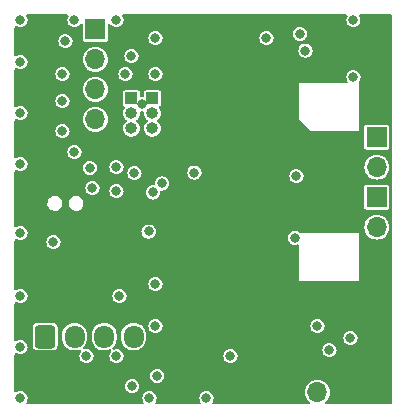
<source format=gbr>
%TF.GenerationSoftware,KiCad,Pcbnew,7.0.8*%
%TF.CreationDate,2024-06-01T15:01:03+09:00*%
%TF.ProjectId,BDCM_Driver_v1,4244434d-5f44-4726-9976-65725f76312e,rev?*%
%TF.SameCoordinates,PXaac6430PY8670810*%
%TF.FileFunction,Copper,L2,Inr*%
%TF.FilePolarity,Positive*%
%FSLAX46Y46*%
G04 Gerber Fmt 4.6, Leading zero omitted, Abs format (unit mm)*
G04 Created by KiCad (PCBNEW 7.0.8) date 2024-06-01 15:01:03*
%MOMM*%
%LPD*%
G01*
G04 APERTURE LIST*
G04 Aperture macros list*
%AMRoundRect*
0 Rectangle with rounded corners*
0 $1 Rounding radius*
0 $2 $3 $4 $5 $6 $7 $8 $9 X,Y pos of 4 corners*
0 Add a 4 corners polygon primitive as box body*
4,1,4,$2,$3,$4,$5,$6,$7,$8,$9,$2,$3,0*
0 Add four circle primitives for the rounded corners*
1,1,$1+$1,$2,$3*
1,1,$1+$1,$4,$5*
1,1,$1+$1,$6,$7*
1,1,$1+$1,$8,$9*
0 Add four rect primitives between the rounded corners*
20,1,$1+$1,$2,$3,$4,$5,0*
20,1,$1+$1,$4,$5,$6,$7,0*
20,1,$1+$1,$6,$7,$8,$9,0*
20,1,$1+$1,$8,$9,$2,$3,0*%
G04 Aperture macros list end*
%TA.AperFunction,ComponentPad*%
%ADD10C,0.630000*%
%TD*%
%TA.AperFunction,ComponentPad*%
%ADD11R,1.000000X1.000000*%
%TD*%
%TA.AperFunction,ComponentPad*%
%ADD12O,1.000000X1.000000*%
%TD*%
%TA.AperFunction,ComponentPad*%
%ADD13R,1.700000X1.700000*%
%TD*%
%TA.AperFunction,ComponentPad*%
%ADD14O,1.700000X1.700000*%
%TD*%
%TA.AperFunction,ComponentPad*%
%ADD15RoundRect,0.250000X-0.600000X-0.725000X0.600000X-0.725000X0.600000X0.725000X-0.600000X0.725000X0*%
%TD*%
%TA.AperFunction,ComponentPad*%
%ADD16O,1.700000X1.950000*%
%TD*%
%TA.AperFunction,ViaPad*%
%ADD17C,0.800000*%
%TD*%
G04 APERTURE END LIST*
D10*
%TO.N,GNDPWR*%
%TO.C,U2*%
X-12588000Y22636000D03*
X-12588000Y21336000D03*
X-12588000Y20036000D03*
X-11288000Y22636000D03*
X-11288000Y21336000D03*
X-11288000Y20036000D03*
%TD*%
%TO.N,GNDPWR*%
%TO.C,U5*%
X-12588000Y17297000D03*
X-12588000Y15997000D03*
X-12588000Y14697000D03*
X-11288000Y17297000D03*
X-11288000Y15997000D03*
X-11288000Y14697000D03*
%TD*%
D11*
%TO.N,GND*%
%TO.C,J2*%
X-20320000Y25913000D03*
D12*
%TO.N,ENC_{1A}*%
X-20320000Y24643000D03*
%TO.N,ENC_{1B}*%
X-20320000Y23373000D03*
%TD*%
D13*
%TO.N,GNDPWR*%
%TO.C,J4*%
X-3810000Y1016000D03*
D14*
%TO.N,Vdrive*%
X-6350000Y1016000D03*
%TD*%
D13*
%TO.N,OUT_A_{2}'*%
%TO.C,J1*%
X-1327000Y22611000D03*
D14*
%TO.N,OUT_A_{1}*%
X-1327000Y20071000D03*
%TD*%
D13*
%TO.N,OUT_B_{2}*%
%TO.C,J7*%
X-1327000Y17531000D03*
D14*
%TO.N,OUT_B_{1}'*%
X-1327000Y14991000D03*
%TD*%
D15*
%TO.N,I^{2}C_{SCL}*%
%TO.C,J5*%
X-29404000Y5736000D03*
D16*
%TO.N,I^{2}C_{SDA}*%
X-26904000Y5736000D03*
%TO.N,+3V3*%
X-24404000Y5736000D03*
%TO.N,GND*%
X-21904000Y5736000D03*
%TD*%
D11*
%TO.N,GND*%
%TO.C,J6*%
X-22098000Y25913000D03*
D12*
%TO.N,ENC_{2A}*%
X-22098000Y24643000D03*
%TO.N,ENC_{2B}*%
X-22098000Y23373000D03*
%TD*%
D13*
%TO.N,+3V3*%
%TO.C,J3*%
X-25146000Y31750000D03*
D14*
%TO.N,SWDCLK*%
X-25146000Y29210000D03*
%TO.N,GND*%
X-25146000Y26670000D03*
%TO.N,SWDIO*%
X-25146000Y24130000D03*
%TD*%
D17*
%TO.N,GNDPWR*%
X-19050000Y13970000D03*
X-16764000Y13970000D03*
%TO.N,+3V3*%
X-20641619Y14629420D03*
X-5334000Y4572000D03*
X-7366000Y29951500D03*
X-16764000Y19621000D03*
X-22030082Y1524000D03*
%TO.N,GND*%
X-23368000Y20066000D03*
X-19919040Y2419654D03*
X-26924000Y32512000D03*
X-31496000Y14478000D03*
X-7822066Y31361176D03*
X-31496000Y508000D03*
X-27940000Y27940000D03*
X-28702000Y13716000D03*
X-3302000Y27686000D03*
X-25908000Y4064000D03*
X-27940000Y25654000D03*
X-31496000Y24638000D03*
X-31496000Y9144000D03*
X-15748000Y508000D03*
X-20066000Y10160000D03*
X-20066000Y27940000D03*
X-27686000Y30734000D03*
X-23368000Y4064000D03*
X-22606000Y27940000D03*
X-31496000Y28956000D03*
X-20066000Y6604000D03*
X-3302000Y32512000D03*
X-3556000Y5588000D03*
X-10668000Y30988000D03*
X-31496000Y4826000D03*
X-27940000Y23114000D03*
X-19520500Y18695500D03*
X-31496000Y20320000D03*
X-21209000Y25400000D03*
X-23114000Y9144000D03*
X-23368000Y32512000D03*
X-22098000Y29464000D03*
X-31496000Y32512000D03*
X-23368000Y18034000D03*
X-26924000Y21336000D03*
X-20574000Y508000D03*
X-25400000Y18288000D03*
X-20066000Y30988000D03*
%TO.N,Vdrive*%
X-8128000Y19304000D03*
X-13716000Y4064000D03*
X-8255000Y14097000D03*
%TO.N,GNDPWR*%
X-16510000Y29972000D03*
X-10922000Y29972000D03*
X-31496000Y26670000D03*
X-12192000Y28448000D03*
X-16256000Y23368000D03*
X-25400000Y508000D03*
X-508000Y30226000D03*
X-9652000Y25146000D03*
X-8636000Y29972000D03*
X-31496000Y30734000D03*
X-11176000Y23876000D03*
X-508000Y32512000D03*
X-15240000Y28448000D03*
X-10033000Y7620000D03*
X-508000Y28194000D03*
X-10922000Y26670000D03*
X-12700000Y8890000D03*
X-508000Y26162000D03*
X-8382000Y26670000D03*
X-31496000Y17272000D03*
X-11938000Y20947084D03*
X-12192000Y25146000D03*
X-31496000Y2794000D03*
X-2286000Y32512000D03*
X-31496000Y11938000D03*
X-18796000Y26670000D03*
X-11934887Y16654768D03*
X-13716000Y26670000D03*
X-29464000Y32512000D03*
X-508000Y6858000D03*
X-31496000Y22352000D03*
X-508000Y9144000D03*
X-13970000Y24130000D03*
X-508000Y508000D03*
X-2286000Y9906000D03*
X-508000Y11430000D03*
X-31496000Y7112000D03*
X-2032000Y29210000D03*
X-9398000Y28448000D03*
X-15875000Y7620000D03*
X-15621000Y10795000D03*
X-508000Y4572000D03*
X-16764000Y26670000D03*
X-11930996Y22249993D03*
X-12700000Y12827000D03*
X-2286000Y26924000D03*
X-28956000Y508000D03*
X-8308233Y21974184D03*
X-18796000Y29972000D03*
X-17526000Y18796000D03*
X-17526000Y28194000D03*
X-508000Y2540000D03*
X-17526000Y24892000D03*
X-2286000Y11684000D03*
X-16764000Y9271000D03*
X-18034000Y13081000D03*
X-18415000Y10414000D03*
X-15240000Y25146000D03*
X-13716000Y29972000D03*
X-18288000Y23368000D03*
X-11938000Y18796000D03*
X-14732000Y12827000D03*
X-11934498Y15350691D03*
X-14732000Y8890000D03*
X-18288000Y7620000D03*
%TO.N,Current_{2}*%
X-25615097Y20028500D03*
X-6350000Y6604000D03*
%TO.N,TEMP*%
X-21844000Y19558000D03*
X-20256500Y17939182D03*
%TD*%
%TA.AperFunction,Conductor*%
%TO.N,GNDPWR*%
G36*
X-27475904Y32999815D02*
G01*
X-27430149Y32947011D01*
X-27420205Y32877853D01*
X-27444567Y32820014D01*
X-27448536Y32814843D01*
X-27509044Y32668763D01*
X-27509045Y32668761D01*
X-27529682Y32512002D01*
X-27529682Y32511999D01*
X-27509045Y32355240D01*
X-27509044Y32355238D01*
X-27448536Y32209159D01*
X-27352282Y32083718D01*
X-27226841Y31987464D01*
X-27080762Y31926956D01*
X-27002381Y31916637D01*
X-26924001Y31906318D01*
X-26924000Y31906318D01*
X-26923999Y31906318D01*
X-26871746Y31913198D01*
X-26767238Y31926956D01*
X-26621159Y31987464D01*
X-26495718Y32083718D01*
X-26418876Y32183862D01*
X-26362448Y32225064D01*
X-26292702Y32229219D01*
X-26231782Y32195007D01*
X-26199029Y32133289D01*
X-26196500Y32108375D01*
X-26196500Y30880248D01*
X-26184869Y30821771D01*
X-26184868Y30821770D01*
X-26140553Y30755448D01*
X-26074231Y30711133D01*
X-26074230Y30711132D01*
X-26015753Y30699501D01*
X-26015750Y30699500D01*
X-26015748Y30699500D01*
X-24276250Y30699500D01*
X-24276249Y30699501D01*
X-24261432Y30702448D01*
X-24217771Y30711132D01*
X-24217771Y30711133D01*
X-24217769Y30711133D01*
X-24151448Y30755448D01*
X-24107133Y30821769D01*
X-24107133Y30821771D01*
X-24107132Y30821771D01*
X-24095501Y30880248D01*
X-24095500Y30880250D01*
X-24095500Y30987999D01*
X-20671682Y30987999D01*
X-20651045Y30831240D01*
X-20651044Y30831238D01*
X-20601295Y30711132D01*
X-20590536Y30685159D01*
X-20494282Y30559718D01*
X-20368841Y30463464D01*
X-20222762Y30402956D01*
X-20144381Y30392637D01*
X-20066001Y30382318D01*
X-20066000Y30382318D01*
X-20065999Y30382318D01*
X-20013746Y30389198D01*
X-19909238Y30402956D01*
X-19763159Y30463464D01*
X-19637718Y30559718D01*
X-19541464Y30685159D01*
X-19480956Y30831238D01*
X-19460318Y30987999D01*
X-11273682Y30987999D01*
X-11253045Y30831240D01*
X-11253044Y30831238D01*
X-11203295Y30711132D01*
X-11192536Y30685159D01*
X-11096282Y30559718D01*
X-10970841Y30463464D01*
X-10824762Y30402956D01*
X-10746381Y30392637D01*
X-10668001Y30382318D01*
X-10668000Y30382318D01*
X-10667999Y30382318D01*
X-10615746Y30389198D01*
X-10511238Y30402956D01*
X-10365159Y30463464D01*
X-10239718Y30559718D01*
X-10143464Y30685159D01*
X-10082956Y30831238D01*
X-10062318Y30988000D01*
X-10082956Y31144762D01*
X-10143464Y31290841D01*
X-10197433Y31361175D01*
X-8427748Y31361175D01*
X-8407111Y31204416D01*
X-8407110Y31204414D01*
X-8346602Y31058335D01*
X-8250348Y30932894D01*
X-8124907Y30836640D01*
X-7978828Y30776132D01*
X-7900447Y30765813D01*
X-7822067Y30755494D01*
X-7822066Y30755494D01*
X-7822065Y30755494D01*
X-7769812Y30762374D01*
X-7665304Y30776132D01*
X-7519225Y30836640D01*
X-7393784Y30932894D01*
X-7297530Y31058335D01*
X-7237022Y31204414D01*
X-7216384Y31361176D01*
X-7237022Y31517938D01*
X-7297530Y31664017D01*
X-7393784Y31789458D01*
X-7519225Y31885712D01*
X-7536960Y31893058D01*
X-7665304Y31946220D01*
X-7665306Y31946221D01*
X-7822065Y31966858D01*
X-7822067Y31966858D01*
X-7978827Y31946221D01*
X-7978829Y31946220D01*
X-8124906Y31885713D01*
X-8250348Y31789458D01*
X-8346603Y31664016D01*
X-8407110Y31517939D01*
X-8407111Y31517937D01*
X-8427748Y31361178D01*
X-8427748Y31361175D01*
X-10197433Y31361175D01*
X-10239718Y31416282D01*
X-10365159Y31512536D01*
X-10378201Y31517938D01*
X-10511238Y31573044D01*
X-10511240Y31573045D01*
X-10667999Y31593682D01*
X-10668001Y31593682D01*
X-10824761Y31573045D01*
X-10824763Y31573044D01*
X-10970840Y31512537D01*
X-11096282Y31416282D01*
X-11192537Y31290840D01*
X-11253044Y31144763D01*
X-11253045Y31144761D01*
X-11273682Y30988002D01*
X-11273682Y30987999D01*
X-19460318Y30987999D01*
X-19460318Y30988000D01*
X-19480956Y31144762D01*
X-19541464Y31290841D01*
X-19637718Y31416282D01*
X-19763159Y31512536D01*
X-19776201Y31517938D01*
X-19909238Y31573044D01*
X-19909240Y31573045D01*
X-20065999Y31593682D01*
X-20066001Y31593682D01*
X-20222761Y31573045D01*
X-20222763Y31573044D01*
X-20368840Y31512537D01*
X-20494282Y31416282D01*
X-20590537Y31290840D01*
X-20651044Y31144763D01*
X-20651045Y31144761D01*
X-20671682Y30988002D01*
X-20671682Y30987999D01*
X-24095500Y30987999D01*
X-24095500Y32108375D01*
X-24075815Y32175414D01*
X-24023011Y32221169D01*
X-23953853Y32231113D01*
X-23890297Y32202088D01*
X-23873126Y32183863D01*
X-23796282Y32083718D01*
X-23670841Y31987464D01*
X-23524762Y31926956D01*
X-23446381Y31916637D01*
X-23368001Y31906318D01*
X-23368000Y31906318D01*
X-23367999Y31906318D01*
X-23315746Y31913198D01*
X-23211238Y31926956D01*
X-23065159Y31987464D01*
X-22939718Y32083718D01*
X-22843464Y32209159D01*
X-22782956Y32355238D01*
X-22762318Y32512000D01*
X-22782956Y32668762D01*
X-22843464Y32814841D01*
X-22843465Y32814842D01*
X-22843465Y32814843D01*
X-22847433Y32820014D01*
X-22872627Y32885183D01*
X-22858588Y32953628D01*
X-22809774Y33003618D01*
X-22749057Y33019500D01*
X-3920943Y33019500D01*
X-3853904Y32999815D01*
X-3808149Y32947011D01*
X-3798205Y32877853D01*
X-3822567Y32820014D01*
X-3826536Y32814843D01*
X-3887044Y32668763D01*
X-3887045Y32668761D01*
X-3907682Y32512002D01*
X-3907682Y32511999D01*
X-3887045Y32355240D01*
X-3887044Y32355238D01*
X-3826536Y32209159D01*
X-3730282Y32083718D01*
X-3604841Y31987464D01*
X-3458762Y31926956D01*
X-3380381Y31916637D01*
X-3302001Y31906318D01*
X-3302000Y31906318D01*
X-3301999Y31906318D01*
X-3249746Y31913198D01*
X-3145238Y31926956D01*
X-2999159Y31987464D01*
X-2873718Y32083718D01*
X-2777464Y32209159D01*
X-2716956Y32355238D01*
X-2696318Y32512000D01*
X-2716956Y32668762D01*
X-2777464Y32814841D01*
X-2777465Y32814842D01*
X-2777465Y32814843D01*
X-2781433Y32820014D01*
X-2806627Y32885183D01*
X-2792588Y32953628D01*
X-2743774Y33003618D01*
X-2683057Y33019500D01*
X-124500Y33019500D01*
X-57461Y32999815D01*
X-11706Y32947011D01*
X-500Y32895500D01*
X-500Y124500D01*
X-20185Y57461D01*
X-72989Y11706D01*
X-124500Y500D01*
X-5584920Y500D01*
X-5651959Y20185D01*
X-5697714Y72989D01*
X-5707658Y142147D01*
X-5678633Y205703D01*
X-5663585Y220353D01*
X-5636659Y242452D01*
X-5603590Y269590D01*
X-5472315Y429550D01*
X-5374768Y612046D01*
X-5314700Y810066D01*
X-5294417Y1016000D01*
X-5314700Y1221934D01*
X-5374768Y1419954D01*
X-5472315Y1602450D01*
X-5536583Y1680761D01*
X-5603590Y1762411D01*
X-5763548Y1893683D01*
X-5763547Y1893683D01*
X-5763550Y1893685D01*
X-5946046Y1991232D01*
X-6144066Y2051300D01*
X-6144068Y2051301D01*
X-6144066Y2051301D01*
X-6350000Y2071583D01*
X-6555933Y2051301D01*
X-6753957Y1991231D01*
X-6826824Y1952282D01*
X-6936450Y1893685D01*
X-6936452Y1893684D01*
X-6936453Y1893683D01*
X-7096411Y1762411D01*
X-7227683Y1602453D01*
X-7325231Y1419957D01*
X-7385301Y1221933D01*
X-7405583Y1016000D01*
X-7385301Y810068D01*
X-7385300Y810066D01*
X-7325232Y612046D01*
X-7227685Y429550D01*
X-7227683Y429548D01*
X-7096410Y269590D01*
X-7036415Y220353D01*
X-6997081Y162608D01*
X-6995210Y92763D01*
X-7031397Y32995D01*
X-7094153Y2279D01*
X-7115080Y500D01*
X-15129057Y500D01*
X-15196096Y20185D01*
X-15241851Y72989D01*
X-15251795Y142147D01*
X-15227433Y199986D01*
X-15223465Y205158D01*
X-15223466Y205158D01*
X-15223464Y205159D01*
X-15162956Y351238D01*
X-15142318Y508000D01*
X-15162956Y664762D01*
X-15223464Y810841D01*
X-15319718Y936282D01*
X-15445159Y1032536D01*
X-15591238Y1093044D01*
X-15591240Y1093045D01*
X-15747999Y1113682D01*
X-15748001Y1113682D01*
X-15904761Y1093045D01*
X-15904763Y1093044D01*
X-16050840Y1032537D01*
X-16176282Y936282D01*
X-16272537Y810840D01*
X-16333044Y664763D01*
X-16333045Y664761D01*
X-16353682Y508002D01*
X-16353682Y507999D01*
X-16333045Y351240D01*
X-16333044Y351238D01*
X-16272536Y205158D01*
X-16268567Y199986D01*
X-16243373Y134817D01*
X-16257412Y66372D01*
X-16306226Y16382D01*
X-16366943Y500D01*
X-19955057Y500D01*
X-20022096Y20185D01*
X-20067851Y72989D01*
X-20077795Y142147D01*
X-20053433Y199986D01*
X-20049465Y205158D01*
X-20049466Y205158D01*
X-20049464Y205159D01*
X-19988956Y351238D01*
X-19968318Y508000D01*
X-19988956Y664762D01*
X-20049464Y810841D01*
X-20145718Y936282D01*
X-20271159Y1032536D01*
X-20417238Y1093044D01*
X-20417240Y1093045D01*
X-20573999Y1113682D01*
X-20574001Y1113682D01*
X-20730761Y1093045D01*
X-20730763Y1093044D01*
X-20876840Y1032537D01*
X-21002282Y936282D01*
X-21098537Y810840D01*
X-21159044Y664763D01*
X-21159045Y664761D01*
X-21179682Y508002D01*
X-21179682Y507999D01*
X-21159045Y351240D01*
X-21159044Y351238D01*
X-21098536Y205158D01*
X-21094567Y199986D01*
X-21069373Y134817D01*
X-21083412Y66372D01*
X-21132226Y16382D01*
X-21192943Y500D01*
X-30877057Y500D01*
X-30944096Y20185D01*
X-30989851Y72989D01*
X-30999795Y142147D01*
X-30975433Y199986D01*
X-30971465Y205158D01*
X-30971466Y205158D01*
X-30971464Y205159D01*
X-30910956Y351238D01*
X-30890318Y508000D01*
X-30910956Y664762D01*
X-30971464Y810841D01*
X-31067718Y936282D01*
X-31193159Y1032536D01*
X-31339238Y1093044D01*
X-31339240Y1093045D01*
X-31495999Y1113682D01*
X-31496001Y1113682D01*
X-31652761Y1093045D01*
X-31652763Y1093044D01*
X-31798843Y1032536D01*
X-31804014Y1028567D01*
X-31869183Y1003373D01*
X-31937628Y1017412D01*
X-31987618Y1066226D01*
X-32003500Y1126943D01*
X-32003500Y1523999D01*
X-22635764Y1523999D01*
X-22615127Y1367240D01*
X-22615126Y1367238D01*
X-22554618Y1221159D01*
X-22458364Y1095718D01*
X-22332923Y999464D01*
X-22186844Y938956D01*
X-22108463Y928637D01*
X-22030083Y918318D01*
X-22030082Y918318D01*
X-22030081Y918318D01*
X-21977828Y925198D01*
X-21873320Y938956D01*
X-21727241Y999464D01*
X-21601800Y1095718D01*
X-21505546Y1221159D01*
X-21445038Y1367238D01*
X-21424400Y1524000D01*
X-21445038Y1680762D01*
X-21505546Y1826841D01*
X-21601800Y1952282D01*
X-21727241Y2048536D01*
X-21733914Y2051300D01*
X-21873320Y2109044D01*
X-21873322Y2109045D01*
X-22030081Y2129682D01*
X-22030083Y2129682D01*
X-22186843Y2109045D01*
X-22186845Y2109044D01*
X-22332922Y2048537D01*
X-22458364Y1952282D01*
X-22554619Y1826840D01*
X-22615126Y1680763D01*
X-22615127Y1680761D01*
X-22635764Y1524002D01*
X-22635764Y1523999D01*
X-32003500Y1523999D01*
X-32003500Y2419653D01*
X-20524722Y2419653D01*
X-20504085Y2262894D01*
X-20504084Y2262892D01*
X-20443576Y2116813D01*
X-20347322Y1991372D01*
X-20221881Y1895118D01*
X-20075802Y1834610D01*
X-19997421Y1824291D01*
X-19919041Y1813972D01*
X-19919040Y1813972D01*
X-19919039Y1813972D01*
X-19866786Y1820852D01*
X-19762278Y1834610D01*
X-19616199Y1895118D01*
X-19490758Y1991372D01*
X-19394504Y2116813D01*
X-19333996Y2262892D01*
X-19313358Y2419654D01*
X-19333996Y2576416D01*
X-19394504Y2722495D01*
X-19490758Y2847936D01*
X-19616199Y2944190D01*
X-19762278Y3004698D01*
X-19762280Y3004699D01*
X-19919039Y3025336D01*
X-19919041Y3025336D01*
X-20075801Y3004699D01*
X-20075803Y3004698D01*
X-20221880Y2944191D01*
X-20347322Y2847936D01*
X-20443577Y2722494D01*
X-20504084Y2576417D01*
X-20504085Y2576415D01*
X-20524722Y2419656D01*
X-20524722Y2419653D01*
X-32003500Y2419653D01*
X-32003500Y4207058D01*
X-31983815Y4274097D01*
X-31931011Y4319852D01*
X-31861853Y4329796D01*
X-31804011Y4305431D01*
X-31798841Y4301464D01*
X-31652762Y4240956D01*
X-31574381Y4230637D01*
X-31496001Y4220318D01*
X-31496000Y4220318D01*
X-31495999Y4220318D01*
X-31443746Y4227198D01*
X-31339238Y4240956D01*
X-31193159Y4301464D01*
X-31067718Y4397718D01*
X-30971464Y4523159D01*
X-30910956Y4669238D01*
X-30890318Y4826000D01*
X-30907529Y4956731D01*
X-30454500Y4956731D01*
X-30451647Y4926301D01*
X-30451647Y4926299D01*
X-30406794Y4798120D01*
X-30406793Y4798118D01*
X-30326150Y4688850D01*
X-30216882Y4608207D01*
X-30180270Y4595396D01*
X-30088701Y4563354D01*
X-30058270Y4560500D01*
X-30058266Y4560500D01*
X-28749730Y4560500D01*
X-28719301Y4563354D01*
X-28719299Y4563354D01*
X-28647332Y4588537D01*
X-28591118Y4608207D01*
X-28481850Y4688850D01*
X-28401207Y4798118D01*
X-28374361Y4874840D01*
X-28356354Y4926299D01*
X-28356354Y4926301D01*
X-28353500Y4956731D01*
X-28353500Y5559396D01*
X-27954500Y5559396D01*
X-27939301Y5405068D01*
X-27922759Y5350537D01*
X-27879232Y5207046D01*
X-27781685Y5024550D01*
X-27781683Y5024548D01*
X-27650411Y4864590D01*
X-27569416Y4798120D01*
X-27490450Y4733315D01*
X-27307954Y4635768D01*
X-27109934Y4575700D01*
X-27109935Y4575700D01*
X-27091471Y4573882D01*
X-26904000Y4555417D01*
X-26698066Y4575700D01*
X-26512399Y4632022D01*
X-26442537Y4632644D01*
X-26383424Y4595396D01*
X-26353833Y4532102D01*
X-26363158Y4462858D01*
X-26378031Y4437875D01*
X-26432536Y4366842D01*
X-26493044Y4220763D01*
X-26493045Y4220761D01*
X-26513682Y4064002D01*
X-26513682Y4063999D01*
X-26493045Y3907240D01*
X-26493044Y3907238D01*
X-26432536Y3761159D01*
X-26336282Y3635718D01*
X-26210841Y3539464D01*
X-26064762Y3478956D01*
X-25986381Y3468637D01*
X-25908001Y3458318D01*
X-25908000Y3458318D01*
X-25907999Y3458318D01*
X-25855746Y3465198D01*
X-25751238Y3478956D01*
X-25605159Y3539464D01*
X-25479718Y3635718D01*
X-25383464Y3761159D01*
X-25322956Y3907238D01*
X-25302318Y4064000D01*
X-25322956Y4220762D01*
X-25383464Y4366841D01*
X-25479718Y4492282D01*
X-25605159Y4588536D01*
X-25751238Y4649044D01*
X-25751240Y4649045D01*
X-25907999Y4669682D01*
X-25908001Y4669682D01*
X-26057723Y4649971D01*
X-26126758Y4660737D01*
X-26179014Y4707117D01*
X-26197899Y4774386D01*
X-26177418Y4841186D01*
X-26161584Y4860597D01*
X-26157596Y4864586D01*
X-26157590Y4864590D01*
X-26026315Y5024550D01*
X-25928768Y5207046D01*
X-25868700Y5405066D01*
X-25853500Y5559392D01*
X-25853500Y5559396D01*
X-25454500Y5559396D01*
X-25439301Y5405068D01*
X-25422759Y5350537D01*
X-25379232Y5207046D01*
X-25281685Y5024550D01*
X-25281683Y5024548D01*
X-25150411Y4864590D01*
X-25069416Y4798120D01*
X-24990450Y4733315D01*
X-24807954Y4635768D01*
X-24609934Y4575700D01*
X-24609935Y4575700D01*
X-24591471Y4573882D01*
X-24404000Y4555417D01*
X-24198066Y4575700D01*
X-24000046Y4635768D01*
X-23974280Y4649541D01*
X-23905880Y4663785D01*
X-23840635Y4638786D01*
X-23799263Y4582483D01*
X-23794898Y4512750D01*
X-23817449Y4464698D01*
X-23892536Y4366843D01*
X-23953044Y4220763D01*
X-23953045Y4220761D01*
X-23973682Y4064002D01*
X-23973682Y4063999D01*
X-23953045Y3907240D01*
X-23953044Y3907238D01*
X-23892536Y3761159D01*
X-23796282Y3635718D01*
X-23670841Y3539464D01*
X-23524762Y3478956D01*
X-23446381Y3468637D01*
X-23368001Y3458318D01*
X-23368000Y3458318D01*
X-23367999Y3458318D01*
X-23315746Y3465198D01*
X-23211238Y3478956D01*
X-23065159Y3539464D01*
X-22939718Y3635718D01*
X-22843464Y3761159D01*
X-22782956Y3907238D01*
X-22762318Y4063999D01*
X-14321682Y4063999D01*
X-14301045Y3907240D01*
X-14301044Y3907238D01*
X-14240536Y3761159D01*
X-14144282Y3635718D01*
X-14018841Y3539464D01*
X-13872762Y3478956D01*
X-13794381Y3468637D01*
X-13716001Y3458318D01*
X-13716000Y3458318D01*
X-13715999Y3458318D01*
X-13663746Y3465198D01*
X-13559238Y3478956D01*
X-13413159Y3539464D01*
X-13287718Y3635718D01*
X-13191464Y3761159D01*
X-13130956Y3907238D01*
X-13110318Y4064000D01*
X-13130956Y4220762D01*
X-13191464Y4366841D01*
X-13287718Y4492282D01*
X-13391608Y4571999D01*
X-5939682Y4571999D01*
X-5919045Y4415240D01*
X-5919044Y4415238D01*
X-5860582Y4274097D01*
X-5858536Y4269159D01*
X-5762282Y4143718D01*
X-5636841Y4047464D01*
X-5490762Y3986956D01*
X-5412381Y3976637D01*
X-5334001Y3966318D01*
X-5334000Y3966318D01*
X-5333999Y3966318D01*
X-5281746Y3973198D01*
X-5177238Y3986956D01*
X-5031159Y4047464D01*
X-4905718Y4143718D01*
X-4809464Y4269159D01*
X-4748956Y4415238D01*
X-4728318Y4572000D01*
X-4736051Y4630735D01*
X-4748956Y4728761D01*
X-4748956Y4728762D01*
X-4809464Y4874841D01*
X-4905718Y5000282D01*
X-5031159Y5096536D01*
X-5109148Y5128840D01*
X-5177238Y5157044D01*
X-5177240Y5157045D01*
X-5333999Y5177682D01*
X-5334001Y5177682D01*
X-5490761Y5157045D01*
X-5490763Y5157044D01*
X-5636840Y5096537D01*
X-5762282Y5000282D01*
X-5858537Y4874840D01*
X-5919044Y4728763D01*
X-5919045Y4728761D01*
X-5939682Y4572002D01*
X-5939682Y4571999D01*
X-13391608Y4571999D01*
X-13413159Y4588536D01*
X-13559238Y4649044D01*
X-13559240Y4649045D01*
X-13715999Y4669682D01*
X-13716001Y4669682D01*
X-13872761Y4649045D01*
X-13872763Y4649044D01*
X-14018840Y4588537D01*
X-14144282Y4492282D01*
X-14240537Y4366840D01*
X-14301044Y4220763D01*
X-14301045Y4220761D01*
X-14321682Y4064002D01*
X-14321682Y4063999D01*
X-22762318Y4063999D01*
X-22762318Y4064000D01*
X-22782956Y4220762D01*
X-22843464Y4366841D01*
X-22939718Y4492282D01*
X-23065159Y4588536D01*
X-23211238Y4649044D01*
X-23211240Y4649045D01*
X-23367999Y4669682D01*
X-23368001Y4669682D01*
X-23524761Y4649045D01*
X-23524766Y4649043D01*
X-23550939Y4638202D01*
X-23620409Y4630735D01*
X-23682887Y4662011D01*
X-23718538Y4722101D01*
X-23716042Y4791926D01*
X-23677053Y4848618D01*
X-23657590Y4864590D01*
X-23526315Y5024550D01*
X-23428768Y5207046D01*
X-23368700Y5405066D01*
X-23353500Y5559392D01*
X-23353500Y5559396D01*
X-22954500Y5559396D01*
X-22939301Y5405068D01*
X-22922759Y5350537D01*
X-22879232Y5207046D01*
X-22781685Y5024550D01*
X-22781683Y5024548D01*
X-22650411Y4864590D01*
X-22569416Y4798120D01*
X-22490450Y4733315D01*
X-22307954Y4635768D01*
X-22109934Y4575700D01*
X-22109935Y4575700D01*
X-22091471Y4573882D01*
X-21904000Y4555417D01*
X-21698066Y4575700D01*
X-21500046Y4635768D01*
X-21317550Y4733315D01*
X-21157590Y4864590D01*
X-21026315Y5024550D01*
X-20928768Y5207046D01*
X-20868700Y5405066D01*
X-20853500Y5559392D01*
X-20853500Y5587999D01*
X-4161682Y5587999D01*
X-4141045Y5431240D01*
X-4141044Y5431238D01*
X-4107617Y5350537D01*
X-4080536Y5285159D01*
X-3984282Y5159718D01*
X-3858841Y5063464D01*
X-3712762Y5002956D01*
X-3634381Y4992637D01*
X-3556001Y4982318D01*
X-3556000Y4982318D01*
X-3555999Y4982318D01*
X-3503746Y4989198D01*
X-3399238Y5002956D01*
X-3253159Y5063464D01*
X-3127718Y5159718D01*
X-3031464Y5285159D01*
X-2970956Y5431238D01*
X-2950318Y5588000D01*
X-2970956Y5744762D01*
X-3031464Y5890841D01*
X-3127718Y6016282D01*
X-3253159Y6112536D01*
X-3399238Y6173044D01*
X-3399240Y6173045D01*
X-3555999Y6193682D01*
X-3556001Y6193682D01*
X-3712761Y6173045D01*
X-3712763Y6173044D01*
X-3858840Y6112537D01*
X-3984282Y6016282D01*
X-4080537Y5890840D01*
X-4141044Y5744763D01*
X-4141045Y5744761D01*
X-4161682Y5588002D01*
X-4161682Y5587999D01*
X-20853500Y5587999D01*
X-20853500Y5912608D01*
X-20868700Y6066934D01*
X-20928768Y6264954D01*
X-21026315Y6447450D01*
X-21106948Y6545702D01*
X-21154790Y6603999D01*
X-20671682Y6603999D01*
X-20651045Y6447240D01*
X-20651044Y6447238D01*
X-20590536Y6301159D01*
X-20494282Y6175718D01*
X-20368841Y6079464D01*
X-20222762Y6018956D01*
X-20144381Y6008637D01*
X-20066001Y5998318D01*
X-20066000Y5998318D01*
X-20065999Y5998318D01*
X-20013746Y6005198D01*
X-19909238Y6018956D01*
X-19763159Y6079464D01*
X-19637718Y6175718D01*
X-19541464Y6301159D01*
X-19480956Y6447238D01*
X-19460318Y6603999D01*
X-6955682Y6603999D01*
X-6935045Y6447240D01*
X-6935044Y6447238D01*
X-6874536Y6301159D01*
X-6778282Y6175718D01*
X-6652841Y6079464D01*
X-6506762Y6018956D01*
X-6428381Y6008637D01*
X-6350001Y5998318D01*
X-6350000Y5998318D01*
X-6349999Y5998318D01*
X-6297746Y6005198D01*
X-6193238Y6018956D01*
X-6047159Y6079464D01*
X-5921718Y6175718D01*
X-5825464Y6301159D01*
X-5764956Y6447238D01*
X-5744318Y6604000D01*
X-5764956Y6760762D01*
X-5825464Y6906841D01*
X-5921718Y7032282D01*
X-6047159Y7128536D01*
X-6193238Y7189044D01*
X-6193240Y7189045D01*
X-6349999Y7209682D01*
X-6350001Y7209682D01*
X-6506761Y7189045D01*
X-6506763Y7189044D01*
X-6652840Y7128537D01*
X-6778282Y7032282D01*
X-6874537Y6906840D01*
X-6935044Y6760763D01*
X-6935045Y6760761D01*
X-6955682Y6604002D01*
X-6955682Y6603999D01*
X-19460318Y6603999D01*
X-19460318Y6604000D01*
X-19480956Y6760762D01*
X-19541464Y6906841D01*
X-19637718Y7032282D01*
X-19763159Y7128536D01*
X-19909238Y7189044D01*
X-19909240Y7189045D01*
X-20065999Y7209682D01*
X-20066001Y7209682D01*
X-20222761Y7189045D01*
X-20222763Y7189044D01*
X-20368840Y7128537D01*
X-20494282Y7032282D01*
X-20590537Y6906840D01*
X-20651044Y6760763D01*
X-20651045Y6760761D01*
X-20671682Y6604002D01*
X-20671682Y6603999D01*
X-21154790Y6603999D01*
X-21157590Y6607411D01*
X-21317548Y6738683D01*
X-21317547Y6738683D01*
X-21317550Y6738685D01*
X-21500046Y6836232D01*
X-21698066Y6896300D01*
X-21698068Y6896301D01*
X-21698066Y6896301D01*
X-21904000Y6916583D01*
X-22109933Y6896301D01*
X-22307957Y6836231D01*
X-22407263Y6783150D01*
X-22490450Y6738685D01*
X-22490452Y6738684D01*
X-22490453Y6738683D01*
X-22650411Y6607411D01*
X-22781683Y6447453D01*
X-22879231Y6264957D01*
X-22939301Y6066933D01*
X-22954500Y5912605D01*
X-22954500Y5559396D01*
X-23353500Y5559396D01*
X-23353500Y5912608D01*
X-23368700Y6066934D01*
X-23428768Y6264954D01*
X-23526315Y6447450D01*
X-23606948Y6545702D01*
X-23657590Y6607411D01*
X-23817548Y6738683D01*
X-23817547Y6738683D01*
X-23817550Y6738685D01*
X-24000046Y6836232D01*
X-24198066Y6896300D01*
X-24198068Y6896301D01*
X-24198066Y6896301D01*
X-24404000Y6916583D01*
X-24609933Y6896301D01*
X-24807957Y6836231D01*
X-24907263Y6783150D01*
X-24990450Y6738685D01*
X-24990452Y6738684D01*
X-24990453Y6738683D01*
X-25150411Y6607411D01*
X-25281683Y6447453D01*
X-25379231Y6264957D01*
X-25439301Y6066933D01*
X-25454500Y5912605D01*
X-25454500Y5559396D01*
X-25853500Y5559396D01*
X-25853500Y5912608D01*
X-25868700Y6066934D01*
X-25928768Y6264954D01*
X-26026315Y6447450D01*
X-26106948Y6545702D01*
X-26157590Y6607411D01*
X-26317548Y6738683D01*
X-26317547Y6738683D01*
X-26317550Y6738685D01*
X-26500046Y6836232D01*
X-26698066Y6896300D01*
X-26698068Y6896301D01*
X-26698066Y6896301D01*
X-26904000Y6916583D01*
X-27109933Y6896301D01*
X-27307957Y6836231D01*
X-27407263Y6783150D01*
X-27490450Y6738685D01*
X-27490452Y6738684D01*
X-27490453Y6738683D01*
X-27650411Y6607411D01*
X-27781683Y6447453D01*
X-27879231Y6264957D01*
X-27939301Y6066933D01*
X-27954500Y5912605D01*
X-27954500Y5559396D01*
X-28353500Y5559396D01*
X-28353500Y6515270D01*
X-28356354Y6545700D01*
X-28356354Y6545702D01*
X-28401207Y6673881D01*
X-28401208Y6673883D01*
X-28481850Y6783150D01*
X-28591118Y6863793D01*
X-28591120Y6863794D01*
X-28719300Y6908647D01*
X-28749730Y6911500D01*
X-28749734Y6911500D01*
X-30058266Y6911500D01*
X-30058270Y6911500D01*
X-30088700Y6908647D01*
X-30088702Y6908647D01*
X-30216881Y6863794D01*
X-30216883Y6863793D01*
X-30326150Y6783150D01*
X-30406793Y6673883D01*
X-30406794Y6673881D01*
X-30451647Y6545702D01*
X-30451647Y6545700D01*
X-30454500Y6515270D01*
X-30454500Y4956731D01*
X-30907529Y4956731D01*
X-30910956Y4982762D01*
X-30971464Y5128841D01*
X-31067718Y5254282D01*
X-31193159Y5350536D01*
X-31339238Y5411044D01*
X-31339240Y5411045D01*
X-31495999Y5431682D01*
X-31496001Y5431682D01*
X-31652761Y5411045D01*
X-31652763Y5411044D01*
X-31798843Y5350536D01*
X-31804014Y5346567D01*
X-31869183Y5321373D01*
X-31937628Y5335412D01*
X-31987618Y5384226D01*
X-32003500Y5444943D01*
X-32003500Y8525058D01*
X-31983815Y8592097D01*
X-31931011Y8637852D01*
X-31861853Y8647796D01*
X-31804011Y8623431D01*
X-31798841Y8619464D01*
X-31652762Y8558956D01*
X-31574381Y8548637D01*
X-31496001Y8538318D01*
X-31496000Y8538318D01*
X-31495999Y8538318D01*
X-31443746Y8545198D01*
X-31339238Y8558956D01*
X-31193159Y8619464D01*
X-31067718Y8715718D01*
X-30971464Y8841159D01*
X-30910956Y8987238D01*
X-30890318Y9143999D01*
X-23719682Y9143999D01*
X-23699045Y8987240D01*
X-23699044Y8987238D01*
X-23638536Y8841159D01*
X-23542282Y8715718D01*
X-23416841Y8619464D01*
X-23270762Y8558956D01*
X-23192381Y8548637D01*
X-23114001Y8538318D01*
X-23114000Y8538318D01*
X-23113999Y8538318D01*
X-23061746Y8545198D01*
X-22957238Y8558956D01*
X-22811159Y8619464D01*
X-22685718Y8715718D01*
X-22589464Y8841159D01*
X-22528956Y8987238D01*
X-22508318Y9144000D01*
X-22528956Y9300762D01*
X-22589464Y9446841D01*
X-22685718Y9572282D01*
X-22811159Y9668536D01*
X-22957238Y9729044D01*
X-22957240Y9729045D01*
X-23113999Y9749682D01*
X-23114001Y9749682D01*
X-23270761Y9729045D01*
X-23270763Y9729044D01*
X-23416840Y9668537D01*
X-23542282Y9572282D01*
X-23638537Y9446840D01*
X-23699044Y9300763D01*
X-23699045Y9300761D01*
X-23719682Y9144002D01*
X-23719682Y9143999D01*
X-30890318Y9143999D01*
X-30890318Y9144000D01*
X-30910956Y9300762D01*
X-30971464Y9446841D01*
X-31067718Y9572282D01*
X-31193159Y9668536D01*
X-31339238Y9729044D01*
X-31339240Y9729045D01*
X-31495999Y9749682D01*
X-31496001Y9749682D01*
X-31652761Y9729045D01*
X-31652763Y9729044D01*
X-31798843Y9668536D01*
X-31804014Y9664567D01*
X-31869183Y9639373D01*
X-31937628Y9653412D01*
X-31987618Y9702226D01*
X-32003500Y9762943D01*
X-32003500Y10159999D01*
X-20671682Y10159999D01*
X-20651045Y10003240D01*
X-20651044Y10003238D01*
X-20590536Y9857159D01*
X-20494282Y9731718D01*
X-20368841Y9635464D01*
X-20222762Y9574956D01*
X-20144381Y9564637D01*
X-20066001Y9554318D01*
X-20066000Y9554318D01*
X-20065999Y9554318D01*
X-20013746Y9561198D01*
X-19909238Y9574956D01*
X-19763159Y9635464D01*
X-19637718Y9731718D01*
X-19541464Y9857159D01*
X-19480956Y10003238D01*
X-19460318Y10160000D01*
X-19480956Y10316762D01*
X-19541464Y10462841D01*
X-19637718Y10588282D01*
X-19763159Y10684536D01*
X-19909238Y10745044D01*
X-19909240Y10745045D01*
X-20065999Y10765682D01*
X-20066001Y10765682D01*
X-20222761Y10745045D01*
X-20222763Y10745044D01*
X-20368840Y10684537D01*
X-20494282Y10588282D01*
X-20590537Y10462840D01*
X-20651044Y10316763D01*
X-20651045Y10316761D01*
X-20671682Y10160002D01*
X-20671682Y10159999D01*
X-32003500Y10159999D01*
X-32003500Y13715999D01*
X-29307682Y13715999D01*
X-29287045Y13559240D01*
X-29287044Y13559238D01*
X-29226536Y13413159D01*
X-29130282Y13287718D01*
X-29004841Y13191464D01*
X-28858762Y13130956D01*
X-28780381Y13120637D01*
X-28702001Y13110318D01*
X-28702000Y13110318D01*
X-28701999Y13110318D01*
X-28649746Y13117198D01*
X-28545238Y13130956D01*
X-28399159Y13191464D01*
X-28273718Y13287718D01*
X-28177464Y13413159D01*
X-28116956Y13559238D01*
X-28096318Y13716000D01*
X-28116956Y13872762D01*
X-28177464Y14018841D01*
X-28273718Y14144282D01*
X-28399159Y14240536D01*
X-28431092Y14253763D01*
X-28545238Y14301044D01*
X-28545240Y14301045D01*
X-28701999Y14321682D01*
X-28702001Y14321682D01*
X-28858761Y14301045D01*
X-28858763Y14301044D01*
X-29004840Y14240537D01*
X-29130282Y14144282D01*
X-29226537Y14018840D01*
X-29287044Y13872763D01*
X-29287045Y13872761D01*
X-29307682Y13716002D01*
X-29307682Y13715999D01*
X-32003500Y13715999D01*
X-32003500Y13859058D01*
X-31983815Y13926097D01*
X-31931011Y13971852D01*
X-31861853Y13981796D01*
X-31804011Y13957431D01*
X-31798841Y13953464D01*
X-31652762Y13892956D01*
X-31574381Y13882637D01*
X-31496001Y13872318D01*
X-31496000Y13872318D01*
X-31495999Y13872318D01*
X-31443746Y13879198D01*
X-31339238Y13892956D01*
X-31193159Y13953464D01*
X-31067718Y14049718D01*
X-30971464Y14175159D01*
X-30910956Y14321238D01*
X-30890318Y14478000D01*
X-30892910Y14497685D01*
X-30910253Y14629419D01*
X-21247301Y14629419D01*
X-21226664Y14472660D01*
X-21226663Y14472658D01*
X-21166155Y14326579D01*
X-21069901Y14201138D01*
X-20944460Y14104884D01*
X-20798381Y14044376D01*
X-20720000Y14034057D01*
X-20641620Y14023738D01*
X-20641619Y14023738D01*
X-20641618Y14023738D01*
X-20589365Y14030618D01*
X-20484857Y14044376D01*
X-20357814Y14096999D01*
X-8860682Y14096999D01*
X-8840045Y13940240D01*
X-8840044Y13940238D01*
X-8812095Y13872762D01*
X-8779536Y13794159D01*
X-8683282Y13668718D01*
X-8557841Y13572464D01*
X-8411762Y13511956D01*
X-8333381Y13501637D01*
X-8255001Y13491318D01*
X-8255000Y13491318D01*
X-8254999Y13491318D01*
X-8202746Y13498198D01*
X-8098238Y13511956D01*
X-8045451Y13533822D01*
X-7975984Y13541290D01*
X-7913505Y13510015D01*
X-7877852Y13449927D01*
X-7874000Y13419260D01*
X-7874000Y10414000D01*
X-2794000Y10414000D01*
X-2794000Y14478000D01*
X-7729287Y14478000D01*
X-7796326Y14497685D01*
X-7820539Y14519961D01*
X-7820967Y14519532D01*
X-7826712Y14525276D01*
X-7826716Y14525279D01*
X-7826718Y14525282D01*
X-7952159Y14621536D01*
X-7971193Y14629420D01*
X-8098238Y14682044D01*
X-8098240Y14682045D01*
X-8254999Y14702682D01*
X-8255001Y14702682D01*
X-8411761Y14682045D01*
X-8411763Y14682044D01*
X-8557840Y14621537D01*
X-8683282Y14525282D01*
X-8779537Y14399840D01*
X-8840044Y14253763D01*
X-8840045Y14253761D01*
X-8860682Y14097002D01*
X-8860682Y14096999D01*
X-20357814Y14096999D01*
X-20338778Y14104884D01*
X-20213337Y14201138D01*
X-20117083Y14326579D01*
X-20056575Y14472658D01*
X-20035937Y14629420D01*
X-20056575Y14786182D01*
X-20117083Y14932261D01*
X-20162155Y14991000D01*
X-2382583Y14991000D01*
X-2362301Y14785068D01*
X-2361018Y14780840D01*
X-2302232Y14587046D01*
X-2204685Y14404550D01*
X-2170031Y14362323D01*
X-2073411Y14244590D01*
X-1988810Y14175161D01*
X-1913450Y14113315D01*
X-1730954Y14015768D01*
X-1532934Y13955700D01*
X-1532935Y13955700D01*
X-1514471Y13953882D01*
X-1327000Y13935417D01*
X-1121066Y13955700D01*
X-923046Y14015768D01*
X-740550Y14113315D01*
X-580590Y14244590D01*
X-449315Y14404550D01*
X-351768Y14587046D01*
X-291700Y14785066D01*
X-271417Y14991000D01*
X-291700Y15196934D01*
X-351768Y15394954D01*
X-449315Y15577450D01*
X-501298Y15640791D01*
X-580590Y15737411D01*
X-740548Y15868683D01*
X-740547Y15868683D01*
X-740550Y15868685D01*
X-923046Y15966232D01*
X-1121066Y16026300D01*
X-1121068Y16026301D01*
X-1121066Y16026301D01*
X-1327000Y16046583D01*
X-1532933Y16026301D01*
X-1730957Y15966231D01*
X-1841102Y15907357D01*
X-1913450Y15868685D01*
X-1913452Y15868684D01*
X-1913453Y15868683D01*
X-2073411Y15737411D01*
X-2204683Y15577453D01*
X-2302231Y15394957D01*
X-2362301Y15196933D01*
X-2382583Y14991000D01*
X-20162155Y14991000D01*
X-20213337Y15057702D01*
X-20338778Y15153956D01*
X-20484857Y15214464D01*
X-20484859Y15214465D01*
X-20641618Y15235102D01*
X-20641620Y15235102D01*
X-20798380Y15214465D01*
X-20798382Y15214464D01*
X-20944459Y15153957D01*
X-21069901Y15057702D01*
X-21166156Y14932260D01*
X-21226663Y14786183D01*
X-21226664Y14786181D01*
X-21247301Y14629422D01*
X-21247301Y14629419D01*
X-30910253Y14629419D01*
X-30910956Y14634761D01*
X-30910956Y14634762D01*
X-30971464Y14780841D01*
X-31067718Y14906282D01*
X-31193159Y15002536D01*
X-31339238Y15063044D01*
X-31339240Y15063045D01*
X-31495999Y15083682D01*
X-31496001Y15083682D01*
X-31652761Y15063045D01*
X-31652763Y15063044D01*
X-31798843Y15002536D01*
X-31804014Y14998567D01*
X-31869183Y14973373D01*
X-31937628Y14987412D01*
X-31987618Y15036226D01*
X-32003500Y15096943D01*
X-32003500Y17057585D01*
X-29215227Y17057585D01*
X-29205304Y16899863D01*
X-29205304Y16899860D01*
X-29180386Y16823172D01*
X-29156467Y16749559D01*
X-29071786Y16616123D01*
X-28956582Y16507938D01*
X-28956580Y16507937D01*
X-28956578Y16507935D01*
X-28879422Y16465519D01*
X-28818092Y16431803D01*
X-28665019Y16392500D01*
X-28665016Y16392500D01*
X-28546652Y16392500D01*
X-28546650Y16392500D01*
X-28546645Y16392501D01*
X-28546641Y16392501D01*
X-28533912Y16394110D01*
X-28429208Y16407336D01*
X-28282268Y16465514D01*
X-28282261Y16465519D01*
X-28154417Y16558403D01*
X-28154416Y16558404D01*
X-28154417Y16558404D01*
X-28154413Y16558406D01*
X-28053676Y16680177D01*
X-27986386Y16823174D01*
X-27956773Y16978412D01*
X-27961754Y17057585D01*
X-27415227Y17057585D01*
X-27405304Y16899863D01*
X-27405304Y16899860D01*
X-27380386Y16823172D01*
X-27356467Y16749559D01*
X-27271786Y16616123D01*
X-27156582Y16507938D01*
X-27156580Y16507937D01*
X-27156578Y16507935D01*
X-27079422Y16465519D01*
X-27018092Y16431803D01*
X-26865019Y16392500D01*
X-26865016Y16392500D01*
X-26746652Y16392500D01*
X-26746650Y16392500D01*
X-26746645Y16392501D01*
X-26746641Y16392501D01*
X-26733912Y16394110D01*
X-26629208Y16407336D01*
X-26482268Y16465514D01*
X-26482261Y16465519D01*
X-26354417Y16558403D01*
X-26354416Y16558404D01*
X-26354417Y16558404D01*
X-26354413Y16558406D01*
X-26269335Y16661248D01*
X-2377500Y16661248D01*
X-2365869Y16602771D01*
X-2365868Y16602770D01*
X-2321553Y16536448D01*
X-2255231Y16492133D01*
X-2255230Y16492132D01*
X-2196753Y16480501D01*
X-2196750Y16480500D01*
X-2196748Y16480500D01*
X-457250Y16480500D01*
X-457249Y16480501D01*
X-442432Y16483448D01*
X-398771Y16492132D01*
X-398771Y16492133D01*
X-398769Y16492133D01*
X-332448Y16536448D01*
X-288133Y16602769D01*
X-288133Y16602771D01*
X-288132Y16602771D01*
X-276501Y16661248D01*
X-276500Y16661250D01*
X-276500Y18400751D01*
X-276501Y18400753D01*
X-288132Y18459230D01*
X-288133Y18459231D01*
X-332448Y18525553D01*
X-398770Y18569868D01*
X-398771Y18569869D01*
X-457248Y18581500D01*
X-457252Y18581500D01*
X-2196748Y18581500D01*
X-2196753Y18581500D01*
X-2255230Y18569869D01*
X-2255231Y18569868D01*
X-2321553Y18525553D01*
X-2365868Y18459231D01*
X-2365869Y18459230D01*
X-2377500Y18400753D01*
X-2377500Y16661248D01*
X-26269335Y16661248D01*
X-26253676Y16680177D01*
X-26186386Y16823174D01*
X-26156773Y16978412D01*
X-26166696Y17136138D01*
X-26215533Y17286441D01*
X-26300214Y17419877D01*
X-26415418Y17528062D01*
X-26415421Y17528064D01*
X-26415423Y17528066D01*
X-26553905Y17604196D01*
X-26553913Y17604199D01*
X-26706979Y17643500D01*
X-26706981Y17643500D01*
X-26825350Y17643500D01*
X-26825360Y17643500D01*
X-26942792Y17628664D01*
X-26942794Y17628664D01*
X-27089731Y17570487D01*
X-27089740Y17570482D01*
X-27217584Y17477598D01*
X-27217585Y17477597D01*
X-27318326Y17355822D01*
X-27385613Y17212829D01*
X-27385615Y17212826D01*
X-27400243Y17136138D01*
X-27415227Y17057588D01*
X-27415227Y17057586D01*
X-27415227Y17057585D01*
X-27961754Y17057585D01*
X-27966696Y17136138D01*
X-28015533Y17286441D01*
X-28100214Y17419877D01*
X-28215418Y17528062D01*
X-28215421Y17528064D01*
X-28215423Y17528066D01*
X-28353905Y17604196D01*
X-28353913Y17604199D01*
X-28506979Y17643500D01*
X-28506981Y17643500D01*
X-28625350Y17643500D01*
X-28625360Y17643500D01*
X-28742792Y17628664D01*
X-28742794Y17628664D01*
X-28889731Y17570487D01*
X-28889740Y17570482D01*
X-29017584Y17477598D01*
X-29017585Y17477597D01*
X-29118326Y17355822D01*
X-29185613Y17212829D01*
X-29185615Y17212826D01*
X-29200243Y17136138D01*
X-29215227Y17057588D01*
X-29215227Y17057586D01*
X-29215227Y17057585D01*
X-32003500Y17057585D01*
X-32003500Y18287999D01*
X-26005682Y18287999D01*
X-25985045Y18131240D01*
X-25985044Y18131238D01*
X-25944768Y18034002D01*
X-25924536Y17985159D01*
X-25828282Y17859718D01*
X-25702841Y17763464D01*
X-25556762Y17702956D01*
X-25478381Y17692637D01*
X-25400001Y17682318D01*
X-25400000Y17682318D01*
X-25399999Y17682318D01*
X-25347746Y17689198D01*
X-25243238Y17702956D01*
X-25097159Y17763464D01*
X-24971718Y17859718D01*
X-24875464Y17985159D01*
X-24855234Y18033999D01*
X-23973682Y18033999D01*
X-23953045Y17877240D01*
X-23953044Y17877238D01*
X-23892536Y17731159D01*
X-23796282Y17605718D01*
X-23670841Y17509464D01*
X-23524762Y17448956D01*
X-23446381Y17438637D01*
X-23368001Y17428318D01*
X-23368000Y17428318D01*
X-23367999Y17428318D01*
X-23315746Y17435198D01*
X-23211238Y17448956D01*
X-23065159Y17509464D01*
X-22939718Y17605718D01*
X-22843464Y17731159D01*
X-22782956Y17877238D01*
X-22774801Y17939181D01*
X-20862182Y17939181D01*
X-20841545Y17782422D01*
X-20841544Y17782420D01*
X-20784002Y17643500D01*
X-20781036Y17636341D01*
X-20684782Y17510900D01*
X-20559341Y17414646D01*
X-20413262Y17354138D01*
X-20334881Y17343819D01*
X-20256501Y17333500D01*
X-20256500Y17333500D01*
X-20256499Y17333500D01*
X-20204246Y17340380D01*
X-20099738Y17354138D01*
X-19953659Y17414646D01*
X-19828218Y17510900D01*
X-19731964Y17636341D01*
X-19671456Y17782420D01*
X-19650818Y17939182D01*
X-19652205Y17949718D01*
X-19641440Y18018753D01*
X-19595060Y18071009D01*
X-19528627Y18089660D01*
X-19528627Y18089818D01*
X-19528062Y18089818D01*
X-19527791Y18089894D01*
X-19526738Y18089818D01*
X-19520500Y18089818D01*
X-19520499Y18089818D01*
X-19468246Y18096698D01*
X-19363738Y18110456D01*
X-19217659Y18170964D01*
X-19092218Y18267218D01*
X-18995964Y18392659D01*
X-18935456Y18538738D01*
X-18914818Y18695500D01*
X-18935456Y18852262D01*
X-18995964Y18998341D01*
X-19092218Y19123782D01*
X-19217659Y19220036D01*
X-19363738Y19280544D01*
X-19363740Y19280545D01*
X-19520499Y19301182D01*
X-19520501Y19301182D01*
X-19677261Y19280545D01*
X-19677263Y19280544D01*
X-19823340Y19220037D01*
X-19948782Y19123782D01*
X-20045037Y18998340D01*
X-20105544Y18852263D01*
X-20105545Y18852261D01*
X-20126182Y18695502D01*
X-20126182Y18695499D01*
X-20124795Y18684960D01*
X-20135564Y18615925D01*
X-20181946Y18563671D01*
X-20248373Y18545026D01*
X-20248373Y18544864D01*
X-20248949Y18544864D01*
X-20249216Y18544789D01*
X-20250264Y18544864D01*
X-20256501Y18544864D01*
X-20413261Y18524227D01*
X-20413263Y18524226D01*
X-20559340Y18463719D01*
X-20684782Y18367464D01*
X-20781037Y18242022D01*
X-20841544Y18095945D01*
X-20841545Y18095943D01*
X-20862182Y17939184D01*
X-20862182Y17939181D01*
X-22774801Y17939181D01*
X-22762318Y18034000D01*
X-22769667Y18089818D01*
X-22782956Y18190761D01*
X-22782956Y18190762D01*
X-22843464Y18336841D01*
X-22939718Y18462282D01*
X-23065159Y18558536D01*
X-23092517Y18569868D01*
X-23211238Y18619044D01*
X-23211240Y18619045D01*
X-23367999Y18639682D01*
X-23368001Y18639682D01*
X-23524761Y18619045D01*
X-23524763Y18619044D01*
X-23670840Y18558537D01*
X-23796282Y18462282D01*
X-23892537Y18336840D01*
X-23953044Y18190763D01*
X-23953045Y18190761D01*
X-23973682Y18034002D01*
X-23973682Y18033999D01*
X-24855234Y18033999D01*
X-24814956Y18131238D01*
X-24794318Y18288000D01*
X-24814956Y18444762D01*
X-24875464Y18590841D01*
X-24971718Y18716282D01*
X-25097159Y18812536D01*
X-25243238Y18873044D01*
X-25243240Y18873045D01*
X-25399999Y18893682D01*
X-25400001Y18893682D01*
X-25556761Y18873045D01*
X-25556763Y18873044D01*
X-25702840Y18812537D01*
X-25828282Y18716282D01*
X-25924537Y18590840D01*
X-25985044Y18444763D01*
X-25985045Y18444761D01*
X-26005682Y18288002D01*
X-26005682Y18287999D01*
X-32003500Y18287999D01*
X-32003500Y19701058D01*
X-31983815Y19768097D01*
X-31931011Y19813852D01*
X-31861853Y19823796D01*
X-31804011Y19799431D01*
X-31798841Y19795464D01*
X-31652762Y19734956D01*
X-31582159Y19725661D01*
X-31496001Y19714318D01*
X-31496000Y19714318D01*
X-31495999Y19714318D01*
X-31443746Y19721198D01*
X-31339238Y19734956D01*
X-31193159Y19795464D01*
X-31067718Y19891718D01*
X-30971464Y20017159D01*
X-30966767Y20028499D01*
X-26220779Y20028499D01*
X-26200142Y19871740D01*
X-26200141Y19871738D01*
X-26142377Y19732282D01*
X-26139633Y19725659D01*
X-26043379Y19600218D01*
X-25917938Y19503964D01*
X-25771859Y19443456D01*
X-25693478Y19433137D01*
X-25615098Y19422818D01*
X-25615097Y19422818D01*
X-25615096Y19422818D01*
X-25562843Y19429698D01*
X-25458335Y19443456D01*
X-25312256Y19503964D01*
X-25186815Y19600218D01*
X-25090561Y19725659D01*
X-25030053Y19871738D01*
X-25009415Y20028500D01*
X-25014352Y20065999D01*
X-23973682Y20065999D01*
X-23953045Y19909240D01*
X-23953044Y19909238D01*
X-23894582Y19768097D01*
X-23892536Y19763159D01*
X-23796282Y19637718D01*
X-23670841Y19541464D01*
X-23524762Y19480956D01*
X-23446381Y19470637D01*
X-23368001Y19460318D01*
X-23368000Y19460318D01*
X-23367999Y19460318D01*
X-23315746Y19467198D01*
X-23211238Y19480956D01*
X-23065159Y19541464D01*
X-23043610Y19557999D01*
X-22449682Y19557999D01*
X-22429045Y19401240D01*
X-22429044Y19401238D01*
X-22388768Y19304002D01*
X-22368536Y19255159D01*
X-22272282Y19129718D01*
X-22146841Y19033464D01*
X-22000762Y18972956D01*
X-21922381Y18962637D01*
X-21844001Y18952318D01*
X-21844000Y18952318D01*
X-21843999Y18952318D01*
X-21791746Y18959198D01*
X-21687238Y18972956D01*
X-21541159Y19033464D01*
X-21415718Y19129718D01*
X-21319464Y19255159D01*
X-21258956Y19401238D01*
X-21238318Y19558000D01*
X-21246612Y19620999D01*
X-17369682Y19620999D01*
X-17349045Y19464240D01*
X-17349044Y19464238D01*
X-17288536Y19318159D01*
X-17192282Y19192718D01*
X-17066841Y19096464D01*
X-16920762Y19035956D01*
X-16918817Y19035700D01*
X-16764001Y19015318D01*
X-16764000Y19015318D01*
X-16763999Y19015318D01*
X-16711746Y19022198D01*
X-16607238Y19035956D01*
X-16461159Y19096464D01*
X-16335718Y19192718D01*
X-16250329Y19303999D01*
X-8733682Y19303999D01*
X-8713045Y19147240D01*
X-8713044Y19147238D01*
X-8666844Y19035700D01*
X-8652536Y19001159D01*
X-8556282Y18875718D01*
X-8430841Y18779464D01*
X-8284762Y18718956D01*
X-8206381Y18708637D01*
X-8128001Y18698318D01*
X-8128000Y18698318D01*
X-8127999Y18698318D01*
X-8075746Y18705198D01*
X-7971238Y18718956D01*
X-7825159Y18779464D01*
X-7699718Y18875718D01*
X-7603464Y19001159D01*
X-7542956Y19147238D01*
X-7522318Y19304000D01*
X-7525029Y19324590D01*
X-7542956Y19460761D01*
X-7542956Y19460762D01*
X-7603464Y19606841D01*
X-7699718Y19732282D01*
X-7825159Y19828536D01*
X-7903148Y19860840D01*
X-7971238Y19889044D01*
X-7971240Y19889045D01*
X-8127999Y19909682D01*
X-8128001Y19909682D01*
X-8284761Y19889045D01*
X-8284763Y19889044D01*
X-8430840Y19828537D01*
X-8556282Y19732282D01*
X-8652537Y19606840D01*
X-8713044Y19460763D01*
X-8713045Y19460761D01*
X-8733682Y19304002D01*
X-8733682Y19303999D01*
X-16250329Y19303999D01*
X-16239464Y19318159D01*
X-16178956Y19464238D01*
X-16158318Y19621000D01*
X-16178956Y19777762D01*
X-16239464Y19923841D01*
X-16335718Y20049282D01*
X-16364022Y20071000D01*
X-2382583Y20071000D01*
X-2362301Y19865068D01*
X-2361018Y19860840D01*
X-2302232Y19667046D01*
X-2204685Y19484550D01*
X-2185163Y19460762D01*
X-2073411Y19324590D01*
X-1988810Y19255161D01*
X-1913450Y19193315D01*
X-1730954Y19095768D01*
X-1532934Y19035700D01*
X-1532935Y19035700D01*
X-1514471Y19033882D01*
X-1327000Y19015417D01*
X-1121066Y19035700D01*
X-923046Y19095768D01*
X-740550Y19193315D01*
X-580590Y19324590D01*
X-449315Y19484550D01*
X-351768Y19667046D01*
X-291700Y19865066D01*
X-271417Y20071000D01*
X-291700Y20276934D01*
X-351768Y20474954D01*
X-449315Y20657450D01*
X-526053Y20750956D01*
X-580590Y20817411D01*
X-712521Y20925682D01*
X-740550Y20948685D01*
X-923046Y21046232D01*
X-1121066Y21106300D01*
X-1121068Y21106301D01*
X-1121066Y21106301D01*
X-1327000Y21126583D01*
X-1532933Y21106301D01*
X-1730957Y21046231D01*
X-1841102Y20987357D01*
X-1913450Y20948685D01*
X-1913452Y20948684D01*
X-1913453Y20948683D01*
X-2073411Y20817411D01*
X-2204683Y20657453D01*
X-2204685Y20657450D01*
X-2228153Y20613545D01*
X-2302231Y20474957D01*
X-2362301Y20276933D01*
X-2382583Y20071000D01*
X-16364022Y20071000D01*
X-16461159Y20145536D01*
X-16607238Y20206044D01*
X-16607240Y20206045D01*
X-16763999Y20226682D01*
X-16764001Y20226682D01*
X-16920761Y20206045D01*
X-16920763Y20206044D01*
X-17066840Y20145537D01*
X-17192282Y20049282D01*
X-17288537Y19923840D01*
X-17349044Y19777763D01*
X-17349045Y19777761D01*
X-17369682Y19621002D01*
X-17369682Y19620999D01*
X-21246612Y19620999D01*
X-21258956Y19714762D01*
X-21319464Y19860841D01*
X-21415718Y19986282D01*
X-21541159Y20082536D01*
X-21687238Y20143044D01*
X-21687240Y20143045D01*
X-21843999Y20163682D01*
X-21844001Y20163682D01*
X-22000761Y20143045D01*
X-22000763Y20143044D01*
X-22146840Y20082537D01*
X-22272282Y19986282D01*
X-22368537Y19860840D01*
X-22429044Y19714763D01*
X-22429045Y19714761D01*
X-22449682Y19558002D01*
X-22449682Y19557999D01*
X-23043610Y19557999D01*
X-22939718Y19637718D01*
X-22843464Y19763159D01*
X-22782956Y19909238D01*
X-22762318Y20066000D01*
X-22782956Y20222762D01*
X-22843464Y20368841D01*
X-22939718Y20494282D01*
X-23065159Y20590536D01*
X-23120708Y20613545D01*
X-23211238Y20651044D01*
X-23211240Y20651045D01*
X-23367999Y20671682D01*
X-23368001Y20671682D01*
X-23524761Y20651045D01*
X-23524763Y20651044D01*
X-23670840Y20590537D01*
X-23796282Y20494282D01*
X-23892537Y20368840D01*
X-23953044Y20222763D01*
X-23953045Y20222761D01*
X-23973682Y20066002D01*
X-23973682Y20065999D01*
X-25014352Y20065999D01*
X-25030053Y20185262D01*
X-25090561Y20331341D01*
X-25186815Y20456782D01*
X-25312256Y20553036D01*
X-25458335Y20613544D01*
X-25458337Y20613545D01*
X-25615096Y20634182D01*
X-25615098Y20634182D01*
X-25771858Y20613545D01*
X-25771860Y20613544D01*
X-25917937Y20553037D01*
X-26043379Y20456782D01*
X-26139634Y20331340D01*
X-26200141Y20185263D01*
X-26200142Y20185261D01*
X-26220779Y20028502D01*
X-26220779Y20028499D01*
X-30966767Y20028499D01*
X-30910956Y20163238D01*
X-30890318Y20320000D01*
X-30910956Y20476762D01*
X-30971464Y20622841D01*
X-31067718Y20748282D01*
X-31193159Y20844536D01*
X-31339238Y20905044D01*
X-31339240Y20905045D01*
X-31495999Y20925682D01*
X-31496001Y20925682D01*
X-31652761Y20905045D01*
X-31652763Y20905044D01*
X-31798843Y20844536D01*
X-31804014Y20840567D01*
X-31869183Y20815373D01*
X-31937628Y20829412D01*
X-31987618Y20878226D01*
X-32003500Y20938943D01*
X-32003500Y21335999D01*
X-27529682Y21335999D01*
X-27509045Y21179240D01*
X-27509044Y21179238D01*
X-27478833Y21106301D01*
X-27448536Y21033159D01*
X-27352282Y20907718D01*
X-27226841Y20811464D01*
X-27080762Y20750956D01*
X-27002381Y20740637D01*
X-26924001Y20730318D01*
X-26924000Y20730318D01*
X-26923999Y20730318D01*
X-26871746Y20737198D01*
X-26767238Y20750956D01*
X-26621159Y20811464D01*
X-26495718Y20907718D01*
X-26399464Y21033159D01*
X-26338956Y21179238D01*
X-26318318Y21336000D01*
X-26338956Y21492762D01*
X-26399464Y21638841D01*
X-26478043Y21741248D01*
X-2377500Y21741248D01*
X-2365869Y21682771D01*
X-2365868Y21682770D01*
X-2321553Y21616448D01*
X-2255231Y21572133D01*
X-2255230Y21572132D01*
X-2196753Y21560501D01*
X-2196750Y21560500D01*
X-2196748Y21560500D01*
X-457250Y21560500D01*
X-457249Y21560501D01*
X-442432Y21563448D01*
X-398771Y21572132D01*
X-398771Y21572133D01*
X-398769Y21572133D01*
X-332448Y21616448D01*
X-288133Y21682769D01*
X-288133Y21682771D01*
X-288132Y21682771D01*
X-276501Y21741248D01*
X-276500Y21741250D01*
X-276500Y23480751D01*
X-276501Y23480753D01*
X-288132Y23539230D01*
X-288133Y23539231D01*
X-332448Y23605553D01*
X-398770Y23649868D01*
X-398771Y23649869D01*
X-457248Y23661500D01*
X-457252Y23661500D01*
X-2196748Y23661500D01*
X-2196753Y23661500D01*
X-2255230Y23649869D01*
X-2255231Y23649868D01*
X-2321553Y23605553D01*
X-2365868Y23539231D01*
X-2365869Y23539230D01*
X-2377500Y23480753D01*
X-2377500Y21741248D01*
X-26478043Y21741248D01*
X-26495718Y21764282D01*
X-26621159Y21860536D01*
X-26767238Y21921044D01*
X-26767240Y21921045D01*
X-26923999Y21941682D01*
X-26924001Y21941682D01*
X-27080761Y21921045D01*
X-27080763Y21921044D01*
X-27226840Y21860537D01*
X-27352282Y21764282D01*
X-27448537Y21638840D01*
X-27509044Y21492763D01*
X-27509045Y21492761D01*
X-27529682Y21336002D01*
X-27529682Y21335999D01*
X-32003500Y21335999D01*
X-32003500Y23114000D01*
X-28545682Y23114000D01*
X-28525045Y22957240D01*
X-28525044Y22957238D01*
X-28464536Y22811159D01*
X-28368282Y22685718D01*
X-28242841Y22589464D01*
X-28096762Y22528956D01*
X-28018381Y22518637D01*
X-27940001Y22508318D01*
X-27940000Y22508318D01*
X-27939999Y22508318D01*
X-27887746Y22515198D01*
X-27783238Y22528956D01*
X-27637159Y22589464D01*
X-27511718Y22685718D01*
X-27415464Y22811159D01*
X-27354956Y22957238D01*
X-27334318Y23114000D01*
X-27346184Y23204128D01*
X-27348077Y23218508D01*
X-27354956Y23270762D01*
X-27415464Y23416841D01*
X-27511718Y23542282D01*
X-27637159Y23638536D01*
X-27664517Y23649868D01*
X-27783238Y23699044D01*
X-27783240Y23699045D01*
X-27939999Y23719682D01*
X-27940001Y23719682D01*
X-28096761Y23699045D01*
X-28096763Y23699044D01*
X-28242840Y23638537D01*
X-28368282Y23542282D01*
X-28464537Y23416840D01*
X-28525044Y23270763D01*
X-28525045Y23270761D01*
X-28545682Y23114002D01*
X-28545682Y23114000D01*
X-32003500Y23114000D01*
X-32003500Y24019058D01*
X-31983815Y24086097D01*
X-31931011Y24131852D01*
X-31861853Y24141796D01*
X-31804011Y24117431D01*
X-31798841Y24113464D01*
X-31652762Y24052956D01*
X-31586549Y24044239D01*
X-31496001Y24032318D01*
X-31496000Y24032318D01*
X-31495999Y24032318D01*
X-31443746Y24039198D01*
X-31339238Y24052956D01*
X-31193159Y24113464D01*
X-31171609Y24130000D01*
X-26201583Y24130000D01*
X-26181301Y23924068D01*
X-26181300Y23924066D01*
X-26121232Y23726046D01*
X-26023685Y23543550D01*
X-25989031Y23501323D01*
X-25892411Y23383590D01*
X-25795791Y23304298D01*
X-25732450Y23252315D01*
X-25549954Y23154768D01*
X-25351934Y23094700D01*
X-25351935Y23094700D01*
X-25333471Y23092882D01*
X-25146000Y23074417D01*
X-24940066Y23094700D01*
X-24742046Y23154768D01*
X-24559550Y23252315D01*
X-24412494Y23373000D01*
X-22803645Y23373000D01*
X-22783141Y23204131D01*
X-22783140Y23204126D01*
X-22722818Y23045069D01*
X-22662193Y22957240D01*
X-22626183Y22905071D01*
X-22520495Y22811440D01*
X-22498850Y22792264D01*
X-22348227Y22713211D01*
X-22348225Y22713210D01*
X-22183056Y22672500D01*
X-22012944Y22672500D01*
X-21847775Y22713210D01*
X-21768308Y22754919D01*
X-21697151Y22792264D01*
X-21697150Y22792266D01*
X-21697148Y22792266D01*
X-21569817Y22905071D01*
X-21473182Y23045070D01*
X-21412860Y23204128D01*
X-21392355Y23373000D01*
X-21412860Y23541872D01*
X-21413496Y23543548D01*
X-21453817Y23649869D01*
X-21473182Y23700930D01*
X-21486126Y23719682D01*
X-21507524Y23750682D01*
X-21569817Y23840929D01*
X-21653637Y23915187D01*
X-21690762Y23974374D01*
X-21689994Y24044239D01*
X-21653637Y24100814D01*
X-21569817Y24175071D01*
X-21473182Y24315070D01*
X-21412860Y24474128D01*
X-21392355Y24643000D01*
X-21394729Y24662548D01*
X-21383269Y24731469D01*
X-21336367Y24783256D01*
X-21268911Y24801464D01*
X-21255451Y24800434D01*
X-21209000Y24794318D01*
X-21162553Y24800433D01*
X-21093519Y24789668D01*
X-21041263Y24743288D01*
X-21022377Y24676019D01*
X-21023272Y24662550D01*
X-21025645Y24643004D01*
X-21025645Y24643001D01*
X-21005141Y24474131D01*
X-21005140Y24474126D01*
X-20944818Y24315069D01*
X-20848182Y24175070D01*
X-20764366Y24100815D01*
X-20727239Y24041626D01*
X-20728007Y23971760D01*
X-20764366Y23915185D01*
X-20848182Y23840931D01*
X-20944818Y23700932D01*
X-21005140Y23541875D01*
X-21005141Y23541870D01*
X-21025645Y23373000D01*
X-21005141Y23204131D01*
X-21005140Y23204126D01*
X-20944818Y23045069D01*
X-20884193Y22957240D01*
X-20848183Y22905071D01*
X-20742495Y22811440D01*
X-20720850Y22792264D01*
X-20570227Y22713211D01*
X-20570225Y22713210D01*
X-20405056Y22672500D01*
X-20234944Y22672500D01*
X-20069775Y22713210D01*
X-19990308Y22754919D01*
X-19919151Y22792264D01*
X-19919150Y22792266D01*
X-19919148Y22792266D01*
X-19791817Y22905071D01*
X-19695182Y23045070D01*
X-19634860Y23204128D01*
X-19614355Y23373000D01*
X-19634860Y23541872D01*
X-19635496Y23543548D01*
X-19675817Y23649869D01*
X-19695182Y23700930D01*
X-19708126Y23719682D01*
X-19729524Y23750682D01*
X-19791817Y23840929D01*
X-19875637Y23915187D01*
X-19912762Y23974374D01*
X-19911994Y24044239D01*
X-19875637Y24100814D01*
X-19842692Y24130000D01*
X-7874000Y24130000D01*
X-6858000Y23114000D01*
X-2794000Y23114000D01*
X-2794000Y27178000D01*
X-2796824Y27180824D01*
X-2830309Y27242147D01*
X-2825325Y27311839D01*
X-2807518Y27343992D01*
X-2799104Y27354957D01*
X-2777464Y27383159D01*
X-2716956Y27529238D01*
X-2696318Y27686000D01*
X-2716956Y27842762D01*
X-2777464Y27988841D01*
X-2873718Y28114282D01*
X-2999159Y28210536D01*
X-3077148Y28242840D01*
X-3145238Y28271044D01*
X-3145240Y28271045D01*
X-3301999Y28291682D01*
X-3302001Y28291682D01*
X-3458761Y28271045D01*
X-3458763Y28271044D01*
X-3604840Y28210537D01*
X-3730282Y28114282D01*
X-3826537Y27988840D01*
X-3887044Y27842763D01*
X-3887045Y27842761D01*
X-3907682Y27686002D01*
X-3907682Y27685999D01*
X-3887045Y27529240D01*
X-3887044Y27529238D01*
X-3826537Y27383160D01*
X-3826536Y27383159D01*
X-3822184Y27377487D01*
X-3796989Y27312319D01*
X-3811027Y27243874D01*
X-3859840Y27193883D01*
X-3920559Y27178000D01*
X-7874000Y27178000D01*
X-7874000Y24130000D01*
X-19842692Y24130000D01*
X-19791817Y24175071D01*
X-19695182Y24315070D01*
X-19634860Y24474128D01*
X-19614355Y24643000D01*
X-19634860Y24811872D01*
X-19636030Y24814956D01*
X-19695183Y24970932D01*
X-19695184Y24970934D01*
X-19743608Y25041087D01*
X-19757984Y25061913D01*
X-19779867Y25128267D01*
X-19762402Y25195918D01*
X-19724825Y25235455D01*
X-19712512Y25243682D01*
X-19675448Y25268448D01*
X-19631133Y25334769D01*
X-19631133Y25334771D01*
X-19631132Y25334771D01*
X-19619501Y25393248D01*
X-19619500Y25393250D01*
X-19619500Y26432751D01*
X-19619501Y26432753D01*
X-19631132Y26491230D01*
X-19631133Y26491231D01*
X-19675448Y26557553D01*
X-19741770Y26601868D01*
X-19741771Y26601869D01*
X-19800248Y26613500D01*
X-19800252Y26613500D01*
X-20839748Y26613500D01*
X-20839753Y26613500D01*
X-20898230Y26601869D01*
X-20898231Y26601868D01*
X-20964553Y26557553D01*
X-21008868Y26491231D01*
X-21008869Y26491230D01*
X-21020500Y26432753D01*
X-21020500Y26122261D01*
X-21040185Y26055222D01*
X-21092989Y26009467D01*
X-21160684Y25999322D01*
X-21208997Y26005682D01*
X-21209003Y26005682D01*
X-21257316Y25999322D01*
X-21326351Y26010088D01*
X-21378607Y26056469D01*
X-21397500Y26122261D01*
X-21397500Y26432751D01*
X-21397501Y26432753D01*
X-21409132Y26491230D01*
X-21409133Y26491231D01*
X-21453448Y26557553D01*
X-21519770Y26601868D01*
X-21519771Y26601869D01*
X-21578248Y26613500D01*
X-21578252Y26613500D01*
X-22617748Y26613500D01*
X-22617753Y26613500D01*
X-22676230Y26601869D01*
X-22676231Y26601868D01*
X-22742553Y26557553D01*
X-22786868Y26491231D01*
X-22786869Y26491230D01*
X-22798500Y26432753D01*
X-22798500Y25393248D01*
X-22786869Y25334771D01*
X-22786868Y25334770D01*
X-22742553Y25268448D01*
X-22693176Y25235455D01*
X-22648371Y25181842D01*
X-22639664Y25112517D01*
X-22660017Y25061913D01*
X-22722817Y24970932D01*
X-22722818Y24970932D01*
X-22783140Y24811875D01*
X-22783141Y24811870D01*
X-22803645Y24643000D01*
X-22783141Y24474131D01*
X-22783140Y24474126D01*
X-22722818Y24315069D01*
X-22626182Y24175070D01*
X-22542366Y24100815D01*
X-22505239Y24041626D01*
X-22506007Y23971760D01*
X-22542366Y23915185D01*
X-22626182Y23840931D01*
X-22722818Y23700932D01*
X-22783140Y23541875D01*
X-22783141Y23541870D01*
X-22803645Y23373000D01*
X-24412494Y23373000D01*
X-24399590Y23383590D01*
X-24268315Y23543550D01*
X-24170768Y23726046D01*
X-24110700Y23924066D01*
X-24090417Y24130000D01*
X-24110700Y24335934D01*
X-24170768Y24533954D01*
X-24268315Y24716450D01*
X-24332583Y24794761D01*
X-24399590Y24876411D01*
X-24559548Y25007683D01*
X-24559547Y25007683D01*
X-24559550Y25007685D01*
X-24742046Y25105232D01*
X-24940066Y25165300D01*
X-24940068Y25165301D01*
X-24940066Y25165301D01*
X-25146000Y25185583D01*
X-25351933Y25165301D01*
X-25549957Y25105231D01*
X-25656432Y25048318D01*
X-25732450Y25007685D01*
X-25732452Y25007684D01*
X-25732453Y25007683D01*
X-25892411Y24876411D01*
X-26023683Y24716453D01*
X-26121231Y24533957D01*
X-26181301Y24335933D01*
X-26201583Y24130000D01*
X-31171609Y24130000D01*
X-31067718Y24209718D01*
X-30971464Y24335159D01*
X-30910956Y24481238D01*
X-30890318Y24638000D01*
X-30910956Y24794762D01*
X-30971464Y24940841D01*
X-31067718Y25066282D01*
X-31193159Y25162536D01*
X-31199832Y25165300D01*
X-31339238Y25223044D01*
X-31339240Y25223045D01*
X-31495999Y25243682D01*
X-31496001Y25243682D01*
X-31652761Y25223045D01*
X-31652763Y25223044D01*
X-31798843Y25162536D01*
X-31804014Y25158567D01*
X-31869183Y25133373D01*
X-31937628Y25147412D01*
X-31987618Y25196226D01*
X-32003500Y25256943D01*
X-32003500Y25653999D01*
X-28545682Y25653999D01*
X-28525045Y25497240D01*
X-28525044Y25497238D01*
X-28464536Y25351159D01*
X-28368282Y25225718D01*
X-28242841Y25129464D01*
X-28096762Y25068956D01*
X-28043265Y25061913D01*
X-27940001Y25048318D01*
X-27940000Y25048318D01*
X-27939999Y25048318D01*
X-27887746Y25055198D01*
X-27783238Y25068956D01*
X-27637159Y25129464D01*
X-27511718Y25225718D01*
X-27415464Y25351159D01*
X-27354956Y25497238D01*
X-27334318Y25654000D01*
X-27354956Y25810762D01*
X-27415464Y25956841D01*
X-27511718Y26082282D01*
X-27637159Y26178536D01*
X-27783238Y26239044D01*
X-27783240Y26239045D01*
X-27939999Y26259682D01*
X-27940001Y26259682D01*
X-28096761Y26239045D01*
X-28096763Y26239044D01*
X-28242840Y26178537D01*
X-28368282Y26082282D01*
X-28464537Y25956840D01*
X-28525044Y25810763D01*
X-28525045Y25810761D01*
X-28545682Y25654002D01*
X-28545682Y25653999D01*
X-32003500Y25653999D01*
X-32003500Y26670000D01*
X-26201583Y26670000D01*
X-26181301Y26464068D01*
X-26171801Y26432751D01*
X-26121232Y26266046D01*
X-26023685Y26083550D01*
X-26023683Y26083548D01*
X-25892411Y25923590D01*
X-25795791Y25844298D01*
X-25732450Y25792315D01*
X-25549954Y25694768D01*
X-25351934Y25634700D01*
X-25351935Y25634700D01*
X-25333471Y25632882D01*
X-25146000Y25614417D01*
X-24940066Y25634700D01*
X-24742046Y25694768D01*
X-24559550Y25792315D01*
X-24399590Y25923590D01*
X-24268315Y26083550D01*
X-24170768Y26266046D01*
X-24110700Y26464066D01*
X-24090417Y26670000D01*
X-24110700Y26875934D01*
X-24170768Y27073954D01*
X-24268315Y27256450D01*
X-24349157Y27354957D01*
X-24399590Y27416411D01*
X-24559548Y27547683D01*
X-24559547Y27547683D01*
X-24559550Y27547685D01*
X-24742046Y27645232D01*
X-24940066Y27705300D01*
X-24940068Y27705301D01*
X-24940066Y27705301D01*
X-25146000Y27725583D01*
X-25351933Y27705301D01*
X-25549957Y27645231D01*
X-25660102Y27586357D01*
X-25732450Y27547685D01*
X-25732452Y27547684D01*
X-25732453Y27547683D01*
X-25892411Y27416411D01*
X-26023683Y27256453D01*
X-26121231Y27073957D01*
X-26181301Y26875933D01*
X-26201583Y26670000D01*
X-32003500Y26670000D01*
X-32003500Y27939999D01*
X-28545682Y27939999D01*
X-28525045Y27783240D01*
X-28525044Y27783238D01*
X-28484768Y27686002D01*
X-28464536Y27637159D01*
X-28368282Y27511718D01*
X-28242841Y27415464D01*
X-28096762Y27354956D01*
X-28018381Y27344637D01*
X-27940001Y27334318D01*
X-27940000Y27334318D01*
X-27939999Y27334318D01*
X-27887746Y27341198D01*
X-27783238Y27354956D01*
X-27637159Y27415464D01*
X-27511718Y27511718D01*
X-27415464Y27637159D01*
X-27354956Y27783238D01*
X-27334318Y27939999D01*
X-23211682Y27939999D01*
X-23191045Y27783240D01*
X-23191044Y27783238D01*
X-23150768Y27686002D01*
X-23130536Y27637159D01*
X-23034282Y27511718D01*
X-22908841Y27415464D01*
X-22762762Y27354956D01*
X-22684381Y27344637D01*
X-22606001Y27334318D01*
X-22606000Y27334318D01*
X-22605999Y27334318D01*
X-22553746Y27341198D01*
X-22449238Y27354956D01*
X-22303159Y27415464D01*
X-22177718Y27511718D01*
X-22081464Y27637159D01*
X-22020956Y27783238D01*
X-22000318Y27939999D01*
X-20671682Y27939999D01*
X-20651045Y27783240D01*
X-20651044Y27783238D01*
X-20610768Y27686002D01*
X-20590536Y27637159D01*
X-20494282Y27511718D01*
X-20368841Y27415464D01*
X-20222762Y27354956D01*
X-20144381Y27344637D01*
X-20066001Y27334318D01*
X-20066000Y27334318D01*
X-20065999Y27334318D01*
X-20013746Y27341198D01*
X-19909238Y27354956D01*
X-19763159Y27415464D01*
X-19637718Y27511718D01*
X-19541464Y27637159D01*
X-19480956Y27783238D01*
X-19460318Y27940000D01*
X-19480956Y28096762D01*
X-19541464Y28242841D01*
X-19637718Y28368282D01*
X-19763159Y28464536D01*
X-19909238Y28525044D01*
X-19909240Y28525045D01*
X-20065999Y28545682D01*
X-20066001Y28545682D01*
X-20222761Y28525045D01*
X-20222763Y28525044D01*
X-20368840Y28464537D01*
X-20494282Y28368282D01*
X-20590537Y28242840D01*
X-20651044Y28096763D01*
X-20651045Y28096761D01*
X-20671682Y27940002D01*
X-20671682Y27939999D01*
X-22000318Y27939999D01*
X-22000318Y27940000D01*
X-22020956Y28096762D01*
X-22081464Y28242841D01*
X-22177718Y28368282D01*
X-22303159Y28464536D01*
X-22449238Y28525044D01*
X-22449240Y28525045D01*
X-22605999Y28545682D01*
X-22606001Y28545682D01*
X-22762761Y28525045D01*
X-22762763Y28525044D01*
X-22908840Y28464537D01*
X-23034282Y28368282D01*
X-23130537Y28242840D01*
X-23191044Y28096763D01*
X-23191045Y28096761D01*
X-23211682Y27940002D01*
X-23211682Y27939999D01*
X-27334318Y27939999D01*
X-27334318Y27940000D01*
X-27354956Y28096762D01*
X-27415464Y28242841D01*
X-27511718Y28368282D01*
X-27637159Y28464536D01*
X-27783238Y28525044D01*
X-27783240Y28525045D01*
X-27939999Y28545682D01*
X-27940001Y28545682D01*
X-28096761Y28525045D01*
X-28096763Y28525044D01*
X-28242840Y28464537D01*
X-28368282Y28368282D01*
X-28464537Y28242840D01*
X-28525044Y28096763D01*
X-28525045Y28096761D01*
X-28545682Y27940002D01*
X-28545682Y27939999D01*
X-32003500Y27939999D01*
X-32003500Y28337058D01*
X-31983815Y28404097D01*
X-31931011Y28449852D01*
X-31861853Y28459796D01*
X-31804011Y28435431D01*
X-31798841Y28431464D01*
X-31652762Y28370956D01*
X-31574381Y28360637D01*
X-31496001Y28350318D01*
X-31496000Y28350318D01*
X-31495999Y28350318D01*
X-31443746Y28357198D01*
X-31339238Y28370956D01*
X-31193159Y28431464D01*
X-31067718Y28527718D01*
X-30971464Y28653159D01*
X-30910956Y28799238D01*
X-30890318Y28956000D01*
X-30910956Y29112762D01*
X-30951233Y29210000D01*
X-26201583Y29210000D01*
X-26181301Y29004068D01*
X-26151266Y28905056D01*
X-26121232Y28806046D01*
X-26023685Y28623550D01*
X-26023683Y28623548D01*
X-25892411Y28463590D01*
X-25819917Y28404097D01*
X-25732450Y28332315D01*
X-25549954Y28234768D01*
X-25351934Y28174700D01*
X-25351935Y28174700D01*
X-25333471Y28172882D01*
X-25146000Y28154417D01*
X-24940066Y28174700D01*
X-24742046Y28234768D01*
X-24559550Y28332315D01*
X-24399590Y28463590D01*
X-24268315Y28623550D01*
X-24170768Y28806046D01*
X-24110700Y29004066D01*
X-24090417Y29210000D01*
X-24110700Y29415934D01*
X-24125280Y29463999D01*
X-22703682Y29463999D01*
X-22683045Y29307240D01*
X-22683044Y29307238D01*
X-22622536Y29161159D01*
X-22526282Y29035718D01*
X-22400841Y28939464D01*
X-22254762Y28878956D01*
X-22176381Y28868637D01*
X-22098001Y28858318D01*
X-22098000Y28858318D01*
X-22097999Y28858318D01*
X-22045746Y28865198D01*
X-21941238Y28878956D01*
X-21795159Y28939464D01*
X-21669718Y29035718D01*
X-21573464Y29161159D01*
X-21512956Y29307238D01*
X-21492318Y29464000D01*
X-21512956Y29620762D01*
X-21573464Y29766841D01*
X-21669718Y29892282D01*
X-21746891Y29951499D01*
X-7971682Y29951499D01*
X-7951045Y29794740D01*
X-7951044Y29794738D01*
X-7890536Y29648659D01*
X-7794282Y29523218D01*
X-7668841Y29426964D01*
X-7522762Y29366456D01*
X-7444381Y29356137D01*
X-7366001Y29345818D01*
X-7366000Y29345818D01*
X-7365999Y29345818D01*
X-7313746Y29352698D01*
X-7209238Y29366456D01*
X-7063159Y29426964D01*
X-6937718Y29523218D01*
X-6841464Y29648659D01*
X-6780956Y29794738D01*
X-6760318Y29951500D01*
X-6760965Y29956411D01*
X-6780956Y30108261D01*
X-6780956Y30108262D01*
X-6841464Y30254341D01*
X-6937718Y30379782D01*
X-7063159Y30476036D01*
X-7209238Y30536544D01*
X-7209240Y30536545D01*
X-7365999Y30557182D01*
X-7366001Y30557182D01*
X-7522761Y30536545D01*
X-7522763Y30536544D01*
X-7668840Y30476037D01*
X-7794282Y30379782D01*
X-7890537Y30254340D01*
X-7951044Y30108263D01*
X-7951045Y30108261D01*
X-7971682Y29951502D01*
X-7971682Y29951499D01*
X-21746891Y29951499D01*
X-21795159Y29988536D01*
X-21941238Y30049044D01*
X-21941240Y30049045D01*
X-22097999Y30069682D01*
X-22098001Y30069682D01*
X-22254761Y30049045D01*
X-22254763Y30049044D01*
X-22400840Y29988537D01*
X-22526282Y29892282D01*
X-22622537Y29766840D01*
X-22683044Y29620763D01*
X-22683045Y29620761D01*
X-22703682Y29464002D01*
X-22703682Y29463999D01*
X-24125280Y29463999D01*
X-24170768Y29613954D01*
X-24268315Y29796450D01*
X-24346962Y29892282D01*
X-24399590Y29956411D01*
X-24559548Y30087683D01*
X-24559547Y30087683D01*
X-24559550Y30087685D01*
X-24742046Y30185232D01*
X-24940066Y30245300D01*
X-24940068Y30245301D01*
X-24940066Y30245301D01*
X-25146000Y30265583D01*
X-25351933Y30245301D01*
X-25549957Y30185231D01*
X-25617821Y30148956D01*
X-25732450Y30087685D01*
X-25732452Y30087684D01*
X-25732453Y30087683D01*
X-25892411Y29956411D01*
X-26023683Y29796453D01*
X-26121231Y29613957D01*
X-26181301Y29415933D01*
X-26201583Y29210000D01*
X-30951233Y29210000D01*
X-30971464Y29258841D01*
X-31067718Y29384282D01*
X-31193159Y29480536D01*
X-31339238Y29541044D01*
X-31339240Y29541045D01*
X-31495999Y29561682D01*
X-31496001Y29561682D01*
X-31652761Y29541045D01*
X-31652763Y29541044D01*
X-31798843Y29480536D01*
X-31804014Y29476567D01*
X-31869183Y29451373D01*
X-31937628Y29465412D01*
X-31987618Y29514226D01*
X-32003500Y29574943D01*
X-32003500Y30733999D01*
X-28291682Y30733999D01*
X-28271045Y30577240D01*
X-28271044Y30577238D01*
X-28210536Y30431159D01*
X-28114282Y30305718D01*
X-27988841Y30209464D01*
X-27842762Y30148956D01*
X-27764381Y30138637D01*
X-27686001Y30128318D01*
X-27686000Y30128318D01*
X-27685999Y30128318D01*
X-27633746Y30135198D01*
X-27529238Y30148956D01*
X-27383159Y30209464D01*
X-27257718Y30305718D01*
X-27161464Y30431159D01*
X-27100956Y30577238D01*
X-27080318Y30734000D01*
X-27083142Y30755448D01*
X-27100956Y30890761D01*
X-27100956Y30890762D01*
X-27161464Y31036841D01*
X-27257718Y31162282D01*
X-27383159Y31258536D01*
X-27461148Y31290840D01*
X-27529238Y31319044D01*
X-27529240Y31319045D01*
X-27685999Y31339682D01*
X-27686001Y31339682D01*
X-27842761Y31319045D01*
X-27842763Y31319044D01*
X-27988840Y31258537D01*
X-28114282Y31162282D01*
X-28210537Y31036840D01*
X-28271044Y30890763D01*
X-28271045Y30890761D01*
X-28291682Y30734002D01*
X-28291682Y30733999D01*
X-32003500Y30733999D01*
X-32003500Y31893058D01*
X-31983815Y31960097D01*
X-31931011Y32005852D01*
X-31861853Y32015796D01*
X-31804011Y31991431D01*
X-31798841Y31987464D01*
X-31652762Y31926956D01*
X-31574381Y31916637D01*
X-31496001Y31906318D01*
X-31496000Y31906318D01*
X-31495999Y31906318D01*
X-31443746Y31913198D01*
X-31339238Y31926956D01*
X-31193159Y31987464D01*
X-31067718Y32083718D01*
X-30971464Y32209159D01*
X-30910956Y32355238D01*
X-30890318Y32512000D01*
X-30910956Y32668762D01*
X-30971464Y32814841D01*
X-30971465Y32814842D01*
X-30971465Y32814843D01*
X-30975433Y32820014D01*
X-31000627Y32885183D01*
X-30986588Y32953628D01*
X-30937774Y33003618D01*
X-30877057Y33019500D01*
X-27542943Y33019500D01*
X-27475904Y32999815D01*
G37*
%TD.AperFunction*%
%TD*%
M02*

</source>
